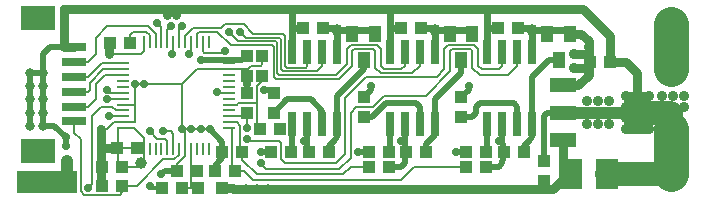
<source format=gbr>
G04 --- HEADER BEGIN --- *
%TF.GenerationSoftware,LibrePCB,LibrePCB,0.1.0*%
%TF.CreationDate,2016-09-09T23:18:03*%
%TF.ProjectId,Demo Brushless Controller Project - default,ace706f3-b818-4ce9-86ab-e3185109c18f,v1*%
%TF.Part,Single*%
%FSLAX66Y66*%
%MOMM*%
G01*
G74*
G04 --- HEADER END --- *
G04 --- APERTURE LIST BEGIN --- *
%ADD10P,2.540000X8X22.500000*%
%ADD11R,1.000000X1.400000*%
%ADD12R,5.080000X1.828800*%
%ADD13R,1.100000X1.000000*%
%ADD14R,1.000000X0.200000*%
%ADD15R,0.200000X1.000000*%
%ADD16R,1.000000X1.100000*%
%ADD17C,2.540000*%
%ADD18P,2.540000X8X292.500000*%
%ADD19R,2.235000X1.219000*%
%ADD20R,2.200000X3.600000*%
%ADD21R,0.660400X2.032000*%
%ADD22R,1.000000X1.000000*%
%ADD23R,3.000000X2.100000*%
%ADD24R,2.000000X0.800000*%
%ADD25R,1.950000X2.500000*%
%ADD26C,0.700000*%
%ADD27C,1.000000*%
%ADD28C,0.800000*%
%ADD29C,0.900000*%
%ADD30C,0.200000*%
%ADD31C,0.500000*%
%ADD32C,3.000000*%
%ADD33C,2.000000*%
%ADD34C,0.600000*%
%ADD35C,0.300000*%
G04 --- APERTURE LIST END --- *
G04 --- BOARD BEGIN --- *
D10*
X55880000Y14605000D03*
D11*
X29845000Y11600000D03*
X30795000Y13800000D03*
X28895000Y13800000D03*
D12*
X3016250Y1270000D03*
D13*
X9422500Y952500D03*
X7722500Y952500D03*
D14*
X18470000Y6822500D03*
D15*
X16220000Y13072500D03*
X11720000Y13072500D03*
X16720000Y13072500D03*
X11720000Y4072500D03*
D14*
X9470000Y7322500D03*
X18470000Y7822500D03*
D15*
X14220000Y13072500D03*
X12720000Y13072500D03*
D14*
X18470000Y8822500D03*
D15*
X13720000Y4072500D03*
D14*
X18470000Y10322500D03*
X18470000Y10822500D03*
D15*
X16720000Y4072500D03*
X13220000Y13072500D03*
X13220000Y4072500D03*
D14*
X18470000Y8322500D03*
X9470000Y10822500D03*
X9470000Y5822500D03*
D15*
X15220000Y13072500D03*
X12220000Y4072500D03*
X14720000Y13072500D03*
D14*
X18470000Y9822500D03*
X9470000Y9822500D03*
X18470000Y7322500D03*
X18470000Y5822500D03*
D15*
X12720000Y4072500D03*
D14*
X18470000Y11322500D03*
D15*
X15220000Y4072500D03*
X14220000Y4072500D03*
X15720000Y13072500D03*
X13720000Y13072500D03*
D14*
X9470000Y10322500D03*
X9470000Y11322500D03*
D15*
X12220000Y13072500D03*
X15720000Y4072500D03*
D14*
X9470000Y7822500D03*
D15*
X11220000Y4072500D03*
D14*
X18470000Y9322500D03*
X9470000Y9322500D03*
X9470000Y6822500D03*
X18470000Y6322500D03*
D15*
X11220000Y13072500D03*
D14*
X9470000Y6322500D03*
X9470000Y8822500D03*
D15*
X16220000Y4072500D03*
D14*
X9470000Y8322500D03*
D15*
X14720000Y4072500D03*
D16*
X38520000Y2540000D03*
X40220000Y2540000D03*
D17*
X55880000Y10795000D03*
D18*
X55880000Y5715000D03*
D13*
X48997500Y11430000D03*
X50697500Y11430000D03*
D16*
X20002500Y7087500D03*
X20002500Y8787500D03*
X38520000Y3810000D03*
X40220000Y3810000D03*
X20002500Y11962500D03*
X20002500Y10262500D03*
D13*
X22225000Y8787500D03*
X22225000Y7087500D03*
X43395000Y3810000D03*
X41695000Y3810000D03*
X10692500Y4127500D03*
X8992500Y4127500D03*
D16*
X19582500Y3810000D03*
X17882500Y3810000D03*
D19*
X46748500Y9454750D03*
D20*
X52946500Y7143750D03*
D19*
X46748500Y7143750D03*
X46748500Y4832750D03*
D13*
X29845000Y8470000D03*
X29845000Y6770000D03*
X14502500Y793750D03*
X12802500Y793750D03*
X26408750Y14287500D03*
X24708750Y14287500D03*
D16*
X18947500Y2222500D03*
X17247500Y2222500D03*
D10*
X55880000Y1905000D03*
D13*
X21272500Y10262500D03*
X21272500Y11962500D03*
D16*
X45085000Y1372500D03*
X45085000Y3072500D03*
D13*
X42918750Y14287500D03*
X41218750Y14287500D03*
X26885000Y3810000D03*
X25185000Y3810000D03*
X38100000Y8470000D03*
X38100000Y6770000D03*
D21*
X33337500Y6134100D03*
X34607500Y6134100D03*
X33337500Y12280900D03*
X35877500Y12280900D03*
X32067500Y12280900D03*
X34607500Y12280900D03*
X32067500Y6134100D03*
X35877500Y6134100D03*
D16*
X22010000Y3810000D03*
X23710000Y3810000D03*
D13*
X9422500Y2540000D03*
X7722500Y2540000D03*
D11*
X38100000Y11600000D03*
X39050000Y13800000D03*
X37150000Y13800000D03*
D13*
X35140000Y3810000D03*
X33440000Y3810000D03*
D21*
X25082500Y6134100D03*
X26352500Y6134100D03*
X25082500Y12280900D03*
X27622500Y12280900D03*
X23812500Y12280900D03*
X26352500Y12280900D03*
X23812500Y6134100D03*
X27622500Y6134100D03*
X41592500Y6134100D03*
X42862500Y6134100D03*
X41592500Y12280900D03*
X44132500Y12280900D03*
X40322500Y12280900D03*
X42862500Y12280900D03*
X40322500Y6134100D03*
X44132500Y6134100D03*
D22*
X17827500Y793750D03*
X15827500Y793750D03*
D11*
X46355000Y11600000D03*
X47305000Y13800000D03*
X45405000Y13800000D03*
D13*
X8357500Y13017500D03*
X10057500Y13017500D03*
D23*
X2232500Y15150000D03*
X2232500Y3900000D03*
D24*
X5357500Y6400000D03*
X5357500Y12650000D03*
X5357500Y11400000D03*
X5357500Y10150000D03*
X5357500Y8900000D03*
X5357500Y7650000D03*
D16*
X30265000Y2540000D03*
X31965000Y2540000D03*
X30265000Y3810000D03*
X31965000Y3810000D03*
D13*
X15772500Y2222500D03*
X14072500Y2222500D03*
X34663750Y14287500D03*
X32963750Y14287500D03*
D25*
X50420000Y1905000D03*
X47370000Y1905000D03*
D16*
X21057500Y5715000D03*
X22757500Y5715000D03*
D26*
X4445000Y15875000D03*
X13652500Y12065000D03*
X15081250Y12065000D03*
X16033750Y11588750D03*
X18097500Y12382500D03*
X12382500Y14763750D03*
X13493750Y14446250D03*
X14446250Y14446250D03*
X13176250Y15398750D03*
X13970000Y15398750D03*
X19367500Y13970000D03*
X18415000Y13970000D03*
X20002500Y9525000D03*
X8255000Y12065000D03*
X10477500Y9525000D03*
X11271250Y9525000D03*
X8096250Y9048750D03*
X8096250Y8255000D03*
X8255000Y6826250D03*
X7620000Y5715000D03*
X7620000Y4921250D03*
X4603750Y5080000D03*
X4603750Y4286250D03*
X6508750Y793750D03*
X11747500Y952500D03*
X12700000Y1905000D03*
X11747500Y5556250D03*
X12858750Y5556250D03*
X16827500Y5715000D03*
X16033750Y5715000D03*
X15240000Y5715000D03*
X14446250Y5715000D03*
X17462500Y8890000D03*
X20002500Y5873750D03*
X20002500Y4921250D03*
X21113750Y3810000D03*
X21113750Y2857500D03*
X21431250Y9048750D03*
X41275000Y4762500D03*
X33020000Y4762500D03*
X24765000Y4762500D03*
X30480000Y9366250D03*
X38735000Y9366250D03*
X37623750Y3810000D03*
X29368750Y3810000D03*
D27*
X27622500Y14128750D03*
X35877500Y14128750D03*
X44132500Y14128750D03*
X4762500Y3016250D03*
X10953750Y2857500D03*
D28*
X1587500Y8255000D03*
X2698750Y8255000D03*
X1587500Y9366250D03*
X1587500Y10477500D03*
X2698750Y9366250D03*
X2698750Y10477500D03*
X1587500Y7143750D03*
X2698750Y7143750D03*
X1587500Y6032500D03*
X2698750Y6032500D03*
X18891250Y635000D03*
X19843750Y635000D03*
X20796250Y635000D03*
X21748750Y635000D03*
D29*
X47625000Y12065000D03*
X47625000Y10953750D03*
X48895000Y12700000D03*
X48895000Y10318750D03*
X48736250Y7143750D03*
X49688750Y7143750D03*
X50641250Y7143750D03*
X48736250Y8096250D03*
X49688750Y8096250D03*
X50641250Y8096250D03*
X50641250Y6191250D03*
X49688750Y6191250D03*
X48736250Y6191250D03*
X56038750Y3810000D03*
X56991250Y3810000D03*
X55086250Y3810000D03*
X56038750Y8572500D03*
X56991250Y8572500D03*
X55086250Y8572500D03*
X56038750Y7620000D03*
X56991250Y7620000D03*
X55086250Y7620000D03*
X52070000Y8572500D03*
X53022500Y8572500D03*
X53975000Y8572500D03*
X52070000Y7620000D03*
X52070000Y6667500D03*
X52070000Y5715000D03*
X53022500Y5715000D03*
X53022500Y6667500D03*
X53022500Y7620000D03*
X53975000Y7620000D03*
X53975000Y6667500D03*
X53975000Y5715000D03*
D28*
X8357500Y13017500D02*
X8255000Y13017500D01*
D30*
X11220000Y13072500D02*
X11220000Y12331250D01*
X11220000Y12331250D02*
X10953750Y12065000D01*
X8255000Y12065000D02*
X10953750Y12065000D01*
D28*
X8255000Y12065000D02*
X8255000Y13017500D01*
D30*
X12720000Y13072500D02*
X12720000Y14426250D01*
X12720000Y14426250D02*
X12382500Y14763750D01*
X13220000Y13072500D02*
X13220000Y14172500D01*
X13220000Y14172500D02*
X13493750Y14446250D01*
X13720000Y13072500D02*
X13720000Y12132500D01*
X13720000Y12132500D02*
X13652500Y12065000D01*
X14220000Y13072500D02*
X14220000Y14220000D01*
X14220000Y14220000D02*
X14446250Y14446250D01*
X15220000Y13072500D02*
X15220000Y12203750D01*
X15220000Y12203750D02*
X15081250Y12065000D01*
X16220000Y13072500D02*
X16220000Y12355000D01*
X16220000Y12355000D02*
X16351250Y12223750D01*
X16351250Y12223750D02*
X17938750Y12223750D01*
X17938750Y12223750D02*
X18097500Y12382500D01*
D31*
X16033750Y11588750D02*
X19526250Y11588750D01*
X19526250Y11588750D02*
X20002500Y11962500D01*
D30*
X18470000Y8822500D02*
X17530000Y8822500D01*
X17530000Y8822500D02*
X17462500Y8890000D01*
D32*
X55880000Y10795000D02*
X55880000Y14605000D01*
D33*
X55880000Y1905000D02*
X50420000Y1905000D01*
X55880000Y7143750D02*
X55880000Y5715000D01*
D32*
X55880000Y5715000D02*
X55880000Y1905000D01*
D33*
X52946500Y7143750D02*
X55880000Y7143750D01*
D28*
X46748500Y4832750D02*
X46748500Y1504750D01*
X46748500Y1504750D02*
X45878750Y635000D01*
X45085000Y635000D02*
X45085000Y1372500D01*
X45085000Y635000D02*
X45878750Y635000D01*
X21748750Y635000D02*
X45085000Y635000D01*
X20796250Y635000D02*
X21748750Y635000D01*
X19843750Y635000D02*
X20796250Y635000D01*
X17827500Y793750D02*
X18732500Y793750D01*
X18732500Y793750D02*
X18891250Y635000D01*
X18891250Y635000D02*
X19843750Y635000D01*
D30*
X13720000Y4072500D02*
X13720000Y5330000D01*
X13720000Y5330000D02*
X13493750Y5556250D01*
X12858750Y5556250D02*
X13493750Y5556250D01*
X13220000Y4072500D02*
X13220000Y4718750D01*
X13220000Y4718750D02*
X13017500Y4921250D01*
X13017500Y4921250D02*
X12382500Y4921250D01*
X12382500Y4921250D02*
X11747500Y5556250D01*
X14220000Y4072500D02*
X14220000Y3583750D01*
X14220000Y3583750D02*
X13811250Y3175000D01*
X13811250Y3175000D02*
X12858750Y3175000D01*
X12858750Y3175000D02*
X10636250Y952500D01*
X5357500Y6400000D02*
X5357500Y5437500D01*
X5357500Y5437500D02*
X5873750Y4921250D01*
X5873750Y4921250D02*
X5873750Y476250D01*
X5873750Y476250D02*
X6191250Y158750D01*
X9422500Y952500D02*
X10636250Y952500D01*
X9422500Y952500D02*
X9422500Y373750D01*
X9422500Y373750D02*
X9207500Y158750D01*
X9207500Y158750D02*
X6191250Y158750D01*
D31*
X14072500Y2222500D02*
X13017500Y2222500D01*
X13017500Y2222500D02*
X12700000Y1905000D01*
D30*
X14720000Y4072500D02*
X14720000Y3448750D01*
X14072500Y2222500D02*
X14072500Y2801250D01*
X14072500Y2801250D02*
X14446250Y3175000D01*
X14446250Y3175000D02*
X14720000Y3448750D01*
X15220000Y4072500D02*
X15220000Y2222500D01*
X15220000Y2222500D02*
X15772500Y2222500D01*
X15220000Y2222500D02*
X15220000Y793750D01*
X15220000Y793750D02*
X14502500Y793750D01*
X15220000Y793750D02*
X15827500Y793750D01*
X18470000Y5822500D02*
X18732500Y5822500D01*
X18732500Y5822500D02*
X18732500Y2222500D01*
X18470000Y6322500D02*
X19077500Y6322500D01*
X19077500Y6322500D02*
X19367500Y6032500D01*
X19367500Y6032500D02*
X19367500Y3810000D01*
X19367500Y3810000D02*
X19582500Y3810000D01*
X9470000Y11322500D02*
X7671250Y11322500D01*
X7671250Y11322500D02*
X6508750Y10160000D01*
X5357500Y10150000D02*
X6508750Y10160000D01*
X9470000Y10822500D02*
X7806250Y10822500D01*
X7806250Y10822500D02*
X6667500Y9683750D01*
X6667500Y9683750D02*
X6667500Y9048750D01*
X6667500Y9048750D02*
X6508750Y8890000D01*
X5357500Y8900000D02*
X6508750Y8890000D01*
X9470000Y10322500D02*
X7941250Y10322500D01*
X7941250Y10322500D02*
X7143750Y9525000D01*
X7143750Y9525000D02*
X7143750Y8255000D01*
X7143750Y8255000D02*
X6508750Y7620000D01*
X5357500Y7650000D02*
X6508750Y7620000D01*
X9470000Y8822500D02*
X8322500Y8822500D01*
X8322500Y8822500D02*
X8096250Y9048750D01*
X9470000Y8322500D02*
X8163750Y8322500D01*
X8163750Y8322500D02*
X8096250Y8255000D01*
X9470000Y5822500D02*
X9048750Y5822500D01*
X9048750Y5822500D02*
X9048750Y4127500D01*
X9048750Y4127500D02*
X9048750Y2540000D01*
X10692500Y4127500D02*
X9048750Y4127500D01*
X11220000Y4072500D02*
X11220000Y3123750D01*
X9470000Y5822500D02*
X10370000Y5822500D01*
X11220000Y4072500D02*
X11220000Y4972500D01*
X11220000Y4972500D02*
X10953750Y5238750D01*
X10953750Y5238750D02*
X10370000Y5822500D01*
D28*
X7722500Y952500D02*
X7620000Y952500D01*
X7620000Y4127500D02*
X8992500Y4127500D01*
X7620000Y2540000D02*
X7722500Y2540000D01*
X7620000Y952500D02*
X7620000Y2540000D01*
X7620000Y2540000D02*
X7620000Y4127500D01*
D30*
X8255000Y6826250D02*
X9470000Y6822500D01*
D28*
X7620000Y4921250D02*
X7620000Y4127500D01*
D30*
X9470000Y6322500D02*
X8703750Y6322500D01*
X8703750Y6322500D02*
X8096250Y5715000D01*
X7620000Y5715000D02*
X8096250Y5715000D01*
D28*
X7620000Y5715000D02*
X7620000Y4921250D01*
D30*
X9470000Y7322500D02*
X8870000Y7322500D01*
X6508750Y793750D02*
X6826250Y1111250D01*
X6826250Y1111250D02*
X6826250Y6826250D01*
X6826250Y6826250D02*
X7620000Y7620000D01*
X7620000Y7620000D02*
X8572500Y7620000D01*
X8572500Y7620000D02*
X8870000Y7322500D01*
X11720000Y13072500D02*
X11720000Y13680000D01*
X11720000Y13680000D02*
X11430000Y13970000D01*
X10057500Y13017500D02*
X10057500Y13708750D01*
X10057500Y13708750D02*
X10318750Y13970000D01*
X10318750Y13970000D02*
X11430000Y13970000D01*
X12220000Y13072500D02*
X12220000Y13815000D01*
X12220000Y13815000D02*
X11588750Y14446250D01*
X11588750Y14446250D02*
X8096250Y14446250D01*
X8096250Y14446250D02*
X7143750Y13493750D01*
X7143750Y13493750D02*
X7143750Y12065000D01*
X7143750Y12065000D02*
X6508750Y11430000D01*
X5357500Y11400000D02*
X6508750Y11430000D01*
D31*
X2698750Y8255000D02*
X2698750Y9366250D01*
X2698750Y7143750D02*
X2698750Y8255000D01*
X2698750Y6032500D02*
X2698750Y7143750D01*
X2698750Y6032500D02*
X3651250Y6032500D01*
X3651250Y6032500D02*
X4603750Y5080000D01*
X4603750Y4286250D02*
X4603750Y5080000D01*
X1587500Y8255000D02*
X1587500Y9366250D01*
X1587500Y7143750D02*
X1587500Y8255000D01*
X1587500Y6032500D02*
X1587500Y7143750D01*
X1587500Y9366250D02*
X1587500Y10477500D01*
D27*
X4762500Y3016250D02*
X4762500Y1270000D01*
X4762500Y1270000D02*
X3016250Y1270000D01*
D30*
X14720000Y5715000D02*
X15240000Y5715000D01*
X14720000Y4072500D02*
X14720000Y5715000D01*
X15240000Y5715000D02*
X16033750Y5715000D01*
X14446250Y5715000D02*
X14720000Y5715000D01*
X9470000Y7822500D02*
X10477500Y7822500D01*
X10477500Y7822500D02*
X10477500Y9525000D01*
X9470000Y6322500D02*
X10477500Y6322500D01*
X10477500Y6322500D02*
X10477500Y6985000D01*
X10477500Y6985000D02*
X10477500Y7822500D01*
X11271250Y9525000D02*
X10477500Y9525000D01*
X18470000Y10822500D02*
X15743750Y10822500D01*
X14446250Y9525000D02*
X11271250Y9525000D01*
X14446250Y9525000D02*
X15743750Y10822500D01*
X14446250Y9525000D02*
X14446250Y5715000D01*
X18470000Y6822500D02*
X20002500Y6822500D01*
X20002500Y6822500D02*
X20002500Y7087500D01*
X20002500Y6822500D02*
X20002500Y5873750D01*
X21272500Y11962500D02*
X21272500Y11271250D01*
X18470000Y10822500D02*
X20002500Y10822500D01*
X20002500Y10822500D02*
X20002500Y10262500D01*
X20002500Y10822500D02*
X20030000Y10822500D01*
X20030000Y10822500D02*
X20320000Y11112500D01*
X21113750Y11112500D02*
X20320000Y11112500D01*
X21113750Y11112500D02*
X21272500Y11271250D01*
X20002500Y9525000D02*
X20002500Y10262500D01*
X20002500Y8787500D02*
X20002500Y9525000D01*
X18470000Y7822500D02*
X19093750Y7822500D01*
X19093750Y7822500D02*
X19208750Y7937500D01*
X20796250Y7937500D02*
X19208750Y7937500D01*
X20796250Y7937500D02*
X20796250Y5715000D01*
X20796250Y5715000D02*
X21057500Y5715000D01*
X20796250Y7937500D02*
X20796250Y9366250D01*
X20796250Y9366250D02*
X21272500Y9842500D01*
X21272500Y10262500D02*
X21272500Y9842500D01*
D31*
X21431250Y9048750D02*
X21907500Y9048750D01*
X21907500Y9048750D02*
X22225000Y8787500D01*
X22225000Y7087500D02*
X23392500Y8255000D01*
X23392500Y8255000D02*
X25400000Y8255000D01*
X25400000Y8255000D02*
X26352500Y7302500D01*
X26352500Y7302500D02*
X26352500Y6134100D01*
X17882500Y3810000D02*
X17882500Y4660000D01*
X17882500Y4660000D02*
X16827500Y5715000D01*
D30*
X16827500Y5715000D02*
X16033750Y5715000D01*
D31*
X17882500Y3810000D02*
X17882500Y3277500D01*
X17247500Y2222500D02*
X17247500Y2642500D01*
X17247500Y2642500D02*
X17621250Y3016250D01*
X17621250Y3016250D02*
X17882500Y3277500D01*
D28*
X50697500Y11430000D02*
X50697500Y13596250D01*
X50697500Y13596250D02*
X48418750Y15875000D01*
X53022500Y8572500D02*
X53022500Y10477500D01*
X53022500Y10477500D02*
X52070000Y11430000D01*
X52070000Y11430000D02*
X50697500Y11430000D01*
X13970000Y15875000D02*
X13970000Y15398750D01*
X13176250Y15875000D02*
X13176250Y15398750D01*
X13970000Y15875000D02*
X13176250Y15875000D01*
X5357500Y12650000D02*
X4445000Y12650000D01*
X4445000Y12650000D02*
X4445000Y15875000D01*
X4445000Y15875000D02*
X13176250Y15875000D01*
D31*
X4445000Y12650000D02*
X3283750Y12650000D01*
X3283750Y12650000D02*
X2698750Y12065000D01*
X2698750Y10477500D02*
X2698750Y12065000D01*
X2698750Y10477500D02*
X1587500Y10477500D01*
X2698750Y10477500D02*
X2698750Y9366250D01*
D34*
X35877500Y14128750D02*
X35877500Y12280900D01*
X44132500Y14128750D02*
X44132500Y12280900D01*
X27622500Y14128750D02*
X27622500Y12280900D01*
X27622500Y14128750D02*
X27463750Y14287500D01*
X27463750Y14287500D02*
X26408750Y14287500D01*
X35877500Y14128750D02*
X35718750Y14287500D01*
X35718750Y14287500D02*
X34663750Y14287500D01*
X44132500Y14128750D02*
X43973750Y14287500D01*
X43973750Y14287500D02*
X42918750Y14287500D01*
X27622500Y14128750D02*
X30480000Y14128750D01*
X30480000Y14128750D02*
X30795000Y13800000D01*
X35877500Y14128750D02*
X38735000Y14128750D01*
X38735000Y14128750D02*
X39050000Y13800000D01*
X44132500Y14128750D02*
X46990000Y14128750D01*
X46990000Y14128750D02*
X47305000Y13800000D01*
D28*
X23812500Y15875000D02*
X13970000Y15875000D01*
D34*
X23812500Y14287500D02*
X24708750Y14287500D01*
X23812500Y15875000D02*
X23812500Y14287500D01*
X23812500Y14287500D02*
X23812500Y12280900D01*
D28*
X32067500Y15875000D02*
X23812500Y15875000D01*
D34*
X32067500Y14287500D02*
X32963750Y14287500D01*
X32067500Y15875000D02*
X32067500Y14287500D01*
X32067500Y14287500D02*
X32067500Y12280900D01*
D28*
X48418750Y15875000D02*
X40322500Y15875000D01*
X40322500Y15875000D02*
X32067500Y15875000D01*
D34*
X40322500Y14287500D02*
X41218750Y14287500D01*
X40322500Y15875000D02*
X40322500Y14287500D01*
X40322500Y14287500D02*
X40322500Y12280900D01*
D28*
X46748500Y9454750D02*
X48031000Y9454750D01*
X47305000Y13800000D02*
X48271250Y13800000D01*
X48271250Y13800000D02*
X48895000Y13176250D01*
X48895000Y12700000D02*
X48895000Y13176250D01*
X48895000Y10318750D02*
X48031000Y9454750D01*
X48895000Y10953750D02*
X47625000Y10953750D01*
X48895000Y10318750D02*
X48895000Y10953750D01*
X48895000Y12065000D02*
X47625000Y12065000D01*
X48895000Y12065000D02*
X48895000Y12700000D01*
X48895000Y11430000D02*
X48997500Y11430000D01*
X48895000Y10953750D02*
X48895000Y11430000D01*
X48895000Y11430000D02*
X48895000Y12065000D01*
D31*
X29845000Y11600000D02*
X29845000Y10795000D01*
X29845000Y10795000D02*
X27622500Y8572500D01*
X26885000Y3810000D02*
X26885000Y4342500D01*
X26885000Y4342500D02*
X27305000Y4762500D01*
X27305000Y4762500D02*
X27622500Y5080000D01*
X27622500Y5080000D02*
X27622500Y6134100D01*
X27622500Y6134100D02*
X27622500Y8572500D01*
X38100000Y11600000D02*
X38100000Y10477500D01*
X38100000Y10477500D02*
X35877500Y8255000D01*
X35877500Y6134100D02*
X35877500Y8255000D01*
X35140000Y3810000D02*
X35140000Y4501250D01*
X35877500Y6134100D02*
X35877500Y5238750D01*
X35877500Y5238750D02*
X35401250Y4762500D01*
X35401250Y4762500D02*
X35140000Y4501250D01*
X46355000Y11600000D02*
X45572500Y11600000D01*
X45572500Y11600000D02*
X44132500Y10160000D01*
X44132500Y6134100D02*
X44132500Y10160000D01*
X43395000Y3810000D02*
X43395000Y4342500D01*
X44132500Y6134100D02*
X44132500Y5080000D01*
X44132500Y5080000D02*
X43815000Y4762500D01*
X43815000Y4762500D02*
X43395000Y4342500D01*
X25185000Y3810000D02*
X25082500Y3810000D01*
X25082500Y4762500D02*
X24765000Y4762500D01*
X25082500Y3810000D02*
X25082500Y4762500D01*
X25082500Y4762500D02*
X25082500Y6134100D01*
X33020000Y4762500D02*
X33337500Y4762500D01*
X33337500Y6134100D02*
X33337500Y4762500D01*
X41592500Y4762500D02*
X41275000Y4762500D01*
X41592500Y4762500D02*
X41592500Y6134100D01*
X42862500Y6134100D02*
X42862500Y7620000D01*
X38100000Y6770000D02*
X38996250Y6770000D01*
X38996250Y6770000D02*
X39370000Y7143750D01*
X39370000Y7143750D02*
X39370000Y7620000D01*
X39370000Y7620000D02*
X39687500Y7937500D01*
X42545000Y7937500D02*
X39687500Y7937500D01*
X42545000Y7937500D02*
X42862500Y7620000D01*
X29845000Y6770000D02*
X30582500Y6770000D01*
X34290000Y7937500D02*
X34607500Y7620000D01*
X34607500Y6134100D02*
X34607500Y7620000D01*
X40220000Y3810000D02*
X40322500Y3810000D01*
X40322500Y3810000D02*
X40322500Y6134100D01*
X37623750Y3810000D02*
X38520000Y3810000D01*
X31965000Y3810000D02*
X32067500Y3810000D01*
X32067500Y3810000D02*
X32067500Y6134100D01*
X29368750Y3810000D02*
X30265000Y3810000D01*
X40220000Y2540000D02*
X41275000Y2540000D01*
X41275000Y2540000D02*
X41592500Y2857500D01*
X41695000Y3810000D02*
X41592500Y2857500D01*
X41695000Y3810000D02*
X41592500Y4762500D01*
X31965000Y2540000D02*
X33020000Y2540000D01*
X33020000Y2540000D02*
X33337500Y2857500D01*
X33440000Y3810000D02*
X33337500Y2857500D01*
X33440000Y3810000D02*
X33337500Y4762500D01*
X23710000Y3810000D02*
X23812500Y3810000D01*
X23812500Y3810000D02*
X23812500Y6134100D01*
X21113750Y3810000D02*
X22010000Y3810000D01*
D30*
X38520000Y2540000D02*
X34131250Y2540000D01*
X34131250Y2540000D02*
X33020000Y1428750D01*
X33020000Y1428750D02*
X20478750Y1428750D01*
X20478750Y1428750D02*
X19685000Y2222500D01*
X18947500Y2222500D02*
X19685000Y2222500D01*
X18947500Y2222500D02*
X18732500Y2222500D01*
D31*
X45085000Y3072500D02*
X45085000Y6826250D01*
X45085000Y6826250D02*
X45402500Y7143750D01*
X46748500Y7143750D02*
X45402500Y7143750D01*
D27*
X46748500Y7143750D02*
X52946500Y7143750D01*
D30*
X30265000Y2540000D02*
X28733750Y2540000D01*
X28733750Y2540000D02*
X28098750Y1905000D01*
X19582500Y3810000D02*
X19582500Y3118750D01*
X19582500Y3118750D02*
X20796250Y1905000D01*
X20796250Y1905000D02*
X28098750Y1905000D01*
X41592500Y12280900D02*
X41592500Y11112500D01*
X41592500Y11112500D02*
X41275000Y10795000D01*
X41275000Y10795000D02*
X39846250Y10795000D01*
X39846250Y10795000D02*
X39528750Y11112500D01*
X39528750Y11112500D02*
X39528750Y12541250D01*
X39528750Y12541250D02*
X39211250Y12858750D01*
X39211250Y12858750D02*
X36988750Y12858750D01*
X36988750Y12858750D02*
X36671250Y12541250D01*
X36671250Y12541250D02*
X36671250Y10795000D01*
X42862500Y12280900D02*
X42862500Y11112500D01*
X42862500Y11112500D02*
X42068750Y10318750D01*
X42068750Y10318750D02*
X39687500Y10318750D01*
X39687500Y10318750D02*
X39052500Y10953750D01*
X39052500Y10953750D02*
X39052500Y12382500D01*
X39052500Y12382500D02*
X38893750Y12541250D01*
X38893750Y12541250D02*
X37306250Y12541250D01*
X37306250Y12541250D02*
X37147500Y12382500D01*
X37147500Y12382500D02*
X37147500Y10636250D01*
X25082500Y12280900D02*
X25082500Y11112500D01*
X25082500Y11112500D02*
X24923750Y10953750D01*
X24923750Y10953750D02*
X23336250Y10953750D01*
X23336250Y10953750D02*
X23177500Y11112500D01*
X23177500Y11112500D02*
X23177500Y13652500D01*
X23177500Y13652500D02*
X23018750Y13811250D01*
X20478750Y13811250D02*
X23018750Y13811250D01*
X26352500Y12280900D02*
X26352500Y11112500D01*
X26352500Y11112500D02*
X25876250Y10636250D01*
X25876250Y10636250D02*
X23018750Y10636250D01*
X23018750Y10636250D02*
X22860000Y10795000D01*
X22860000Y10795000D02*
X22860000Y13335000D01*
X22860000Y13335000D02*
X22701250Y13493750D01*
X33337500Y12280900D02*
X33337500Y11112500D01*
X33337500Y11112500D02*
X33020000Y10795000D01*
X33020000Y10795000D02*
X31591250Y10795000D01*
X31591250Y10795000D02*
X31273750Y11112500D01*
X31273750Y11112500D02*
X31273750Y12541250D01*
X31273750Y12541250D02*
X30956250Y12858750D01*
X30956250Y12858750D02*
X28733750Y12858750D01*
X28733750Y12858750D02*
X28416250Y12541250D01*
X28416250Y12541250D02*
X28416250Y11271250D01*
X28416250Y11271250D02*
X27463750Y10318750D01*
X34607500Y12280900D02*
X34607500Y11112500D01*
X34607500Y11112500D02*
X33972500Y10477500D01*
X33972500Y10477500D02*
X31273750Y10477500D01*
X31273750Y10477500D02*
X30797500Y10953750D01*
X30797500Y10953750D02*
X30797500Y12382500D01*
X30797500Y12382500D02*
X30638750Y12541250D01*
X30638750Y12541250D02*
X29051250Y12541250D01*
X29051250Y12541250D02*
X28892500Y12382500D01*
X28892500Y12382500D02*
X28892500Y11112500D01*
X28892500Y11112500D02*
X27781250Y10001250D01*
X37147500Y10636250D02*
X35083750Y8572500D01*
X35083750Y8572500D02*
X31591250Y8572500D01*
X31591250Y8572500D02*
X30638750Y7620000D01*
X30638750Y7620000D02*
X29210000Y7620000D01*
D31*
X31750000Y7937500D02*
X30582500Y6770000D01*
X31750000Y7937500D02*
X34290000Y7937500D01*
D30*
X36671250Y10795000D02*
X36036250Y10160000D01*
X36036250Y10160000D02*
X30003750Y10160000D01*
X30003750Y10160000D02*
X28257500Y8413750D01*
X28257500Y8413750D02*
X28257500Y3651250D01*
X28257500Y3651250D02*
X27463750Y2857500D01*
X27463750Y2857500D02*
X23495000Y2857500D01*
X29210000Y7620000D02*
X28733750Y7143750D01*
X28733750Y7143750D02*
X28733750Y3333750D01*
X28733750Y3333750D02*
X27781250Y2381250D01*
X21590000Y2381250D02*
X27781250Y2381250D01*
X21590000Y2381250D02*
X21113750Y2857500D01*
X23495000Y2857500D02*
X23177500Y2857500D01*
X23177500Y2857500D02*
X22860000Y3175000D01*
X22860000Y3175000D02*
X22860000Y4603750D01*
X22860000Y4603750D02*
X22701250Y4762500D01*
X22701250Y4762500D02*
X20161250Y4762500D01*
X20161250Y4762500D02*
X20002500Y4921250D01*
X27463750Y10318750D02*
X22701250Y10318750D01*
X22701250Y10318750D02*
X22542500Y10477500D01*
X22542500Y10477500D02*
X22542500Y13017500D01*
X22542500Y13017500D02*
X22383750Y13176250D01*
X27781250Y10001250D02*
X22383750Y10001250D01*
X22383750Y10001250D02*
X22225000Y10160000D01*
X22225000Y10160000D02*
X22225000Y12700000D01*
X22225000Y12700000D02*
X22066250Y12858750D01*
X22066250Y12858750D02*
X18573750Y12858750D01*
X18573750Y12858750D02*
X17462500Y13970000D01*
X17462500Y13970000D02*
X15875000Y13970000D01*
X15875000Y13970000D02*
X15716250Y13811250D01*
X15720000Y13072500D02*
X15716250Y13811250D01*
X22383750Y13176250D02*
X19208750Y13176250D01*
X19208750Y13176250D02*
X18415000Y13970000D01*
X22701250Y13493750D02*
X19843750Y13493750D01*
X19843750Y13493750D02*
X19367500Y13970000D01*
X20478750Y13811250D02*
X19685000Y14605000D01*
X19685000Y14605000D02*
X18097500Y14605000D01*
X18097500Y14605000D02*
X17780000Y14287500D01*
X14720000Y13072500D02*
X14720000Y13608750D01*
X14720000Y13608750D02*
X15398750Y14287500D01*
X15398750Y14287500D02*
X17780000Y14287500D01*
D31*
X38735000Y9366250D02*
X38735000Y9048750D01*
X38735000Y9048750D02*
X38100000Y8470000D01*
X30480000Y9366250D02*
X30480000Y9048750D01*
X30480000Y9048750D02*
X29845000Y8470000D01*
D30*
X10953750Y2857500D02*
X11220000Y3123750D01*
X10953750Y2857500D02*
X10636250Y2540000D01*
X10636250Y2540000D02*
X9422500Y2540000D01*
X9422500Y2540000D02*
X9048750Y2540000D01*
D35*
X11747500Y952500D02*
X11906250Y793750D01*
X11906250Y793750D02*
X12802500Y793750D01*
G04 --- BOARD END --- *
%TF.MD5,720a3d31a4677f00d6c8342569ca20d9*%
M02*

</source>
